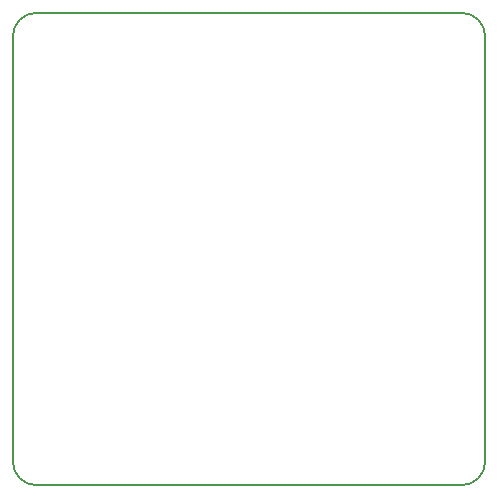
<source format=gbr>
G04 #@! TF.FileFunction,Profile,NP*
%FSLAX46Y46*%
G04 Gerber Fmt 4.6, Leading zero omitted, Abs format (unit mm)*
G04 Created by KiCad (PCBNEW (2015-05-19 BZR 5670)-product) date 04.11.2016 21:30:30*
%MOMM*%
G01*
G04 APERTURE LIST*
%ADD10C,0.150000*%
G04 APERTURE END LIST*
D10*
X0Y2000000D02*
G75*
G03X2000000Y0I2000000J0D01*
G01*
X38000000Y0D02*
G75*
G03X40000000Y2000000I0J2000000D01*
G01*
X40000000Y38000000D02*
G75*
G03X38000000Y40000000I-2000000J0D01*
G01*
X2000000Y40000000D02*
G75*
G03X0Y38000000I0J-2000000D01*
G01*
X38000000Y40000000D02*
X2000000Y40000000D01*
X40000000Y2000000D02*
X40000000Y38000000D01*
X2000000Y0D02*
X38000000Y0D01*
X0Y38000000D02*
X0Y2000000D01*
M02*

</source>
